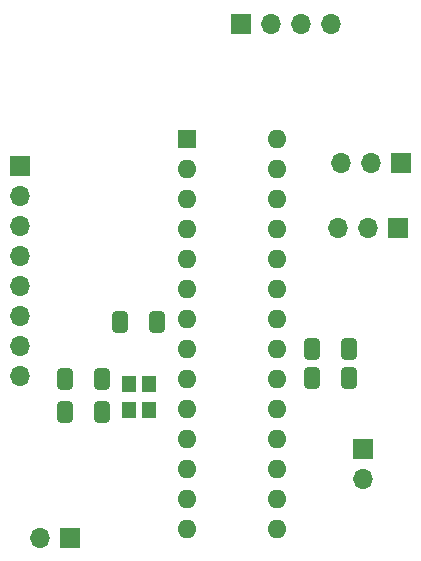
<source format=gbr>
%TF.GenerationSoftware,KiCad,Pcbnew,(6.0.7-1)-1*%
%TF.CreationDate,2022-11-15T19:28:55-05:00*%
%TF.ProjectId,pcb,7063622e-6b69-4636-9164-5f7063625858,rev?*%
%TF.SameCoordinates,Original*%
%TF.FileFunction,Soldermask,Top*%
%TF.FilePolarity,Negative*%
%FSLAX46Y46*%
G04 Gerber Fmt 4.6, Leading zero omitted, Abs format (unit mm)*
G04 Created by KiCad (PCBNEW (6.0.7-1)-1) date 2022-11-15 19:28:55*
%MOMM*%
%LPD*%
G01*
G04 APERTURE LIST*
G04 Aperture macros list*
%AMRoundRect*
0 Rectangle with rounded corners*
0 $1 Rounding radius*
0 $2 $3 $4 $5 $6 $7 $8 $9 X,Y pos of 4 corners*
0 Add a 4 corners polygon primitive as box body*
4,1,4,$2,$3,$4,$5,$6,$7,$8,$9,$2,$3,0*
0 Add four circle primitives for the rounded corners*
1,1,$1+$1,$2,$3*
1,1,$1+$1,$4,$5*
1,1,$1+$1,$6,$7*
1,1,$1+$1,$8,$9*
0 Add four rect primitives between the rounded corners*
20,1,$1+$1,$2,$3,$4,$5,0*
20,1,$1+$1,$4,$5,$6,$7,0*
20,1,$1+$1,$6,$7,$8,$9,0*
20,1,$1+$1,$8,$9,$2,$3,0*%
G04 Aperture macros list end*
%ADD10R,1.700000X1.700000*%
%ADD11O,1.700000X1.700000*%
%ADD12R,1.200000X1.400000*%
%ADD13RoundRect,0.250000X0.412500X0.650000X-0.412500X0.650000X-0.412500X-0.650000X0.412500X-0.650000X0*%
%ADD14R,1.600000X1.600000*%
%ADD15O,1.600000X1.600000*%
%ADD16RoundRect,0.250000X-0.412500X-0.650000X0.412500X-0.650000X0.412500X0.650000X-0.412500X0.650000X0*%
G04 APERTURE END LIST*
D10*
%TO.C,J1*%
X141025000Y-87775000D03*
D11*
X138485000Y-87775000D03*
X135945000Y-87775000D03*
%TD*%
D10*
%TO.C,J6*%
X113225000Y-114000000D03*
D11*
X110685000Y-114000000D03*
%TD*%
D10*
%TO.C,J2*%
X127700000Y-70475000D03*
D11*
X130240000Y-70475000D03*
X132780000Y-70475000D03*
X135320000Y-70475000D03*
%TD*%
D12*
%TO.C,Y1*%
X118250000Y-101000000D03*
X118250000Y-103200000D03*
X119950000Y-103200000D03*
X119950000Y-101000000D03*
%TD*%
D13*
%TO.C,C3*%
X136875000Y-100500000D03*
X133750000Y-100500000D03*
%TD*%
D14*
%TO.C,U1*%
X123150000Y-80250000D03*
D15*
X123150000Y-82790000D03*
X123150000Y-85330000D03*
X123150000Y-87870000D03*
X123150000Y-90410000D03*
X123150000Y-92950000D03*
X123150000Y-95490000D03*
X123150000Y-98030000D03*
X123150000Y-100570000D03*
X123150000Y-103110000D03*
X123150000Y-105650000D03*
X123150000Y-108190000D03*
X123150000Y-110730000D03*
X123150000Y-113270000D03*
X130770000Y-113270000D03*
X130770000Y-110730000D03*
X130770000Y-108190000D03*
X130770000Y-105650000D03*
X130770000Y-103110000D03*
X130770000Y-100570000D03*
X130770000Y-98030000D03*
X130770000Y-95490000D03*
X130770000Y-92950000D03*
X130770000Y-90410000D03*
X130770000Y-87870000D03*
X130770000Y-85330000D03*
X130770000Y-82790000D03*
X130770000Y-80250000D03*
%TD*%
D16*
%TO.C,C2*%
X133750000Y-98000000D03*
X136875000Y-98000000D03*
%TD*%
%TO.C,C4*%
X112787500Y-100600000D03*
X115912500Y-100600000D03*
%TD*%
D10*
%TO.C,J5*%
X141275000Y-82275000D03*
D11*
X138735000Y-82275000D03*
X136195000Y-82275000D03*
%TD*%
D10*
%TO.C,J4*%
X138000000Y-106500000D03*
D11*
X138000000Y-109040000D03*
%TD*%
D10*
%TO.C,J3*%
X109000000Y-82550000D03*
D11*
X109000000Y-85090000D03*
X109000000Y-87630000D03*
X109000000Y-90170000D03*
X109000000Y-92710000D03*
X109000000Y-95250000D03*
X109000000Y-97790000D03*
X109000000Y-100330000D03*
%TD*%
D16*
%TO.C,C5*%
X112787500Y-103350000D03*
X115912500Y-103350000D03*
%TD*%
D13*
%TO.C,C1*%
X120587500Y-95750000D03*
X117462500Y-95750000D03*
%TD*%
M02*

</source>
